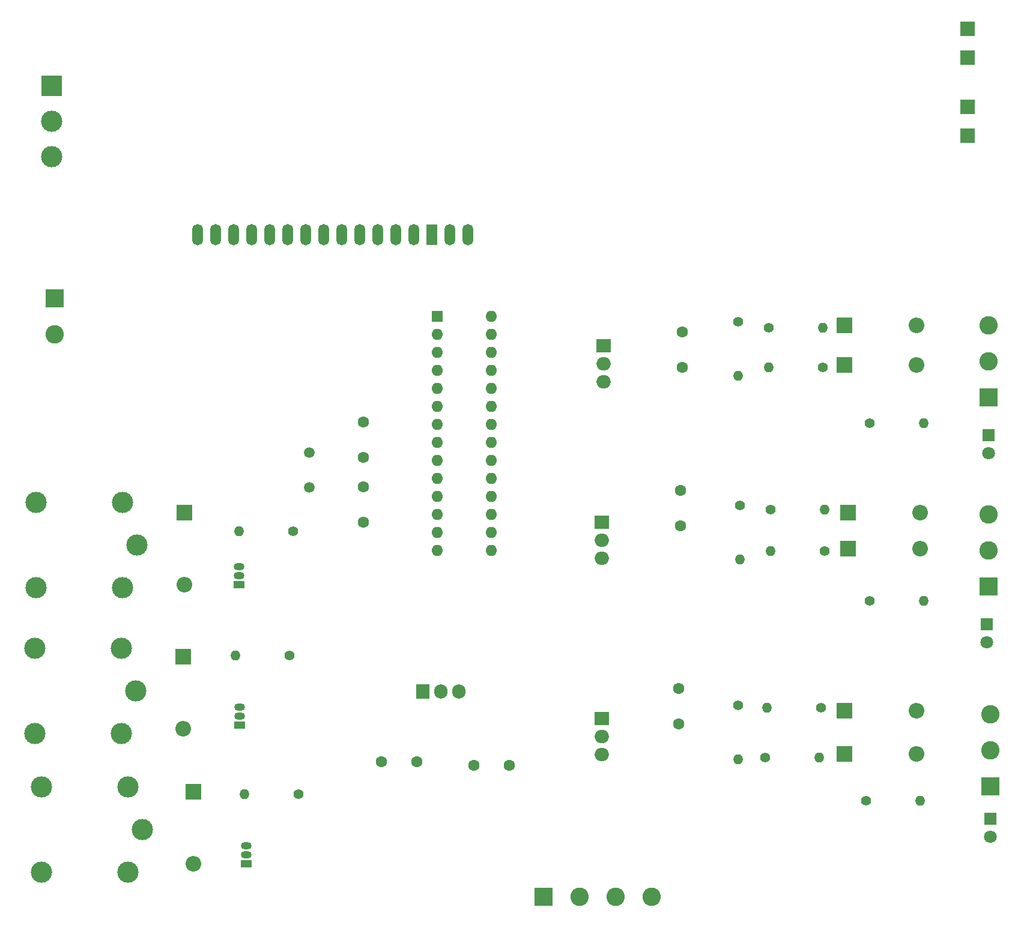
<source format=gbr>
%TF.GenerationSoftware,KiCad,Pcbnew,6.0.6-3a73a75311~116~ubuntu22.04.1*%
%TF.CreationDate,2022-09-10T11:22:29+05:30*%
%TF.ProjectId,ats,6174732e-6b69-4636-9164-5f7063625858,rev?*%
%TF.SameCoordinates,Original*%
%TF.FileFunction,Soldermask,Bot*%
%TF.FilePolarity,Negative*%
%FSLAX46Y46*%
G04 Gerber Fmt 4.6, Leading zero omitted, Abs format (unit mm)*
G04 Created by KiCad (PCBNEW 6.0.6-3a73a75311~116~ubuntu22.04.1) date 2022-09-10 11:22:29*
%MOMM*%
%LPD*%
G01*
G04 APERTURE LIST*
%ADD10R,3.000000X3.000000*%
%ADD11C,3.000000*%
%ADD12R,1.500000X1.050000*%
%ADD13O,1.500000X1.050000*%
%ADD14C,1.500000*%
%ADD15R,2.000000X1.905000*%
%ADD16O,2.000000X1.905000*%
%ADD17R,1.600000X1.600000*%
%ADD18O,1.600000X1.600000*%
%ADD19R,2.200000X2.200000*%
%ADD20O,2.200000X2.200000*%
%ADD21C,1.400000*%
%ADD22O,1.400000X1.400000*%
%ADD23C,1.600000*%
%ADD24C,2.600000*%
%ADD25R,2.600000X2.600000*%
%ADD26R,1.500000X3.000000*%
%ADD27O,1.500000X3.000000*%
%ADD28R,2.000000X2.000000*%
%ADD29R,1.800000X1.800000*%
%ADD30C,1.800000*%
%ADD31R,1.905000X2.000000*%
%ADD32O,1.905000X2.000000*%
G04 APERTURE END LIST*
D10*
%TO.C,RV1*%
X33782000Y-46900000D03*
D11*
X33782000Y-51900000D03*
X33782000Y-56900000D03*
%TD*%
D12*
%TO.C,Q3*%
X61214000Y-156628000D03*
D13*
X61214000Y-155358000D03*
X61214000Y-154088000D03*
%TD*%
D14*
%TO.C,Y1*%
X70104000Y-98642000D03*
X70104000Y-103542000D03*
%TD*%
D11*
%TO.C,K3*%
X46552000Y-151802000D03*
X32352000Y-157802000D03*
X32352000Y-145802000D03*
X44552000Y-145802000D03*
X44552000Y-157802000D03*
%TD*%
D15*
%TO.C,U3*%
X111323000Y-136144000D03*
D16*
X111323000Y-138684000D03*
X111323000Y-141224000D03*
%TD*%
D12*
%TO.C,Q1*%
X60198000Y-117258000D03*
D13*
X60198000Y-115988000D03*
X60198000Y-114718000D03*
%TD*%
D17*
%TO.C,U5*%
X88148000Y-79422000D03*
D18*
X88148000Y-81962000D03*
X88148000Y-84502000D03*
X88148000Y-87042000D03*
X88148000Y-89582000D03*
X88148000Y-92122000D03*
X88148000Y-94662000D03*
X88148000Y-97202000D03*
X88148000Y-99742000D03*
X88148000Y-102282000D03*
X88148000Y-104822000D03*
X88148000Y-107362000D03*
X88148000Y-109902000D03*
X88148000Y-112442000D03*
X95768000Y-112442000D03*
X95768000Y-109902000D03*
X95768000Y-107362000D03*
X95768000Y-104822000D03*
X95768000Y-102282000D03*
X95768000Y-99742000D03*
X95768000Y-97202000D03*
X95768000Y-94662000D03*
X95768000Y-92122000D03*
X95768000Y-89582000D03*
X95768000Y-87042000D03*
X95768000Y-84502000D03*
X95768000Y-81962000D03*
X95768000Y-79422000D03*
%TD*%
D19*
%TO.C,D10*%
X52472000Y-107098000D03*
D20*
X52472000Y-117258000D03*
%TD*%
D21*
%TO.C,R7*%
X130556000Y-80174000D03*
D22*
X130556000Y-87794000D03*
%TD*%
D23*
%TO.C,C2*%
X122682000Y-81574000D03*
X122682000Y-86574000D03*
%TD*%
D21*
%TO.C,R1*%
X142494000Y-86614000D03*
D22*
X134874000Y-86614000D03*
%TD*%
D21*
%TO.C,R10*%
X149098000Y-94488000D03*
D22*
X156718000Y-94488000D03*
%TD*%
D19*
%TO.C,D11*%
X52324000Y-127418000D03*
D20*
X52324000Y-137578000D03*
%TD*%
D23*
%TO.C,C6*%
X77724000Y-103418000D03*
X77724000Y-108418000D03*
%TD*%
D21*
%TO.C,R4*%
X134366000Y-141642000D03*
D22*
X141986000Y-141642000D03*
%TD*%
D23*
%TO.C,C3*%
X122174000Y-131866000D03*
X122174000Y-136866000D03*
%TD*%
D21*
%TO.C,R8*%
X130556000Y-134276000D03*
D22*
X130556000Y-141896000D03*
%TD*%
D24*
%TO.C,J5*%
X118364000Y-161246000D03*
X113284000Y-161246000D03*
X108204000Y-161246000D03*
D25*
X103124000Y-161246000D03*
%TD*%
D21*
%TO.C,R3*%
X142240000Y-134620000D03*
D22*
X134620000Y-134620000D03*
%TD*%
D21*
%TO.C,R12*%
X149098000Y-119544000D03*
D22*
X156718000Y-119544000D03*
%TD*%
D19*
%TO.C,D6*%
X146050000Y-107098000D03*
D20*
X156210000Y-107098000D03*
%TD*%
D12*
%TO.C,Q2*%
X60304000Y-137070000D03*
D13*
X60304000Y-135800000D03*
X60304000Y-134530000D03*
%TD*%
D26*
%TO.C,U6*%
X87394000Y-67871500D03*
D27*
X84854000Y-67871500D03*
X82314000Y-67871500D03*
X79774000Y-67871500D03*
X77234000Y-67871500D03*
X74694000Y-67871500D03*
X72154000Y-67871500D03*
X69614000Y-67871500D03*
X67074000Y-67871500D03*
X64534000Y-67871500D03*
X61994000Y-67871500D03*
X59454000Y-67871500D03*
X56914000Y-67871500D03*
X54374000Y-67871500D03*
X89934000Y-67871500D03*
X92474000Y-67871500D03*
D28*
X162894000Y-53871500D03*
X162894000Y-42871500D03*
X162894000Y-49871500D03*
X162894000Y-38871500D03*
%TD*%
D21*
%TO.C,R13*%
X67818000Y-109728000D03*
D22*
X60198000Y-109728000D03*
%TD*%
D29*
%TO.C,D7*%
X165862000Y-96171000D03*
D30*
X165862000Y-98711000D03*
%TD*%
D11*
%TO.C,K1*%
X45790000Y-111670000D03*
X31590000Y-117670000D03*
X31590000Y-105670000D03*
X43790000Y-105670000D03*
X43790000Y-117670000D03*
%TD*%
D23*
%TO.C,C4*%
X122428000Y-103926000D03*
X122428000Y-108926000D03*
%TD*%
D19*
%TO.C,D5*%
X145542000Y-135038000D03*
D20*
X155702000Y-135038000D03*
%TD*%
D23*
%TO.C,C1*%
X80304000Y-142240000D03*
X85304000Y-142240000D03*
%TD*%
D21*
%TO.C,R6*%
X135128000Y-106680000D03*
D22*
X142748000Y-106680000D03*
%TD*%
D31*
%TO.C,U1*%
X86106000Y-132334000D03*
D32*
X88646000Y-132334000D03*
X91186000Y-132334000D03*
%TD*%
D15*
%TO.C,U4*%
X111323000Y-108458000D03*
D16*
X111323000Y-110998000D03*
X111323000Y-113538000D03*
%TD*%
D19*
%TO.C,D3*%
X145542000Y-141134000D03*
D20*
X155702000Y-141134000D03*
%TD*%
D25*
%TO.C,J3*%
X165862000Y-117512000D03*
D24*
X165862000Y-112432000D03*
X165862000Y-107352000D03*
%TD*%
D25*
%TO.C,J1*%
X165862000Y-90842000D03*
D24*
X165862000Y-85762000D03*
X165862000Y-80682000D03*
%TD*%
D21*
%TO.C,R2*%
X134874000Y-81026000D03*
D22*
X142494000Y-81026000D03*
%TD*%
D21*
%TO.C,R9*%
X130810000Y-106082000D03*
D22*
X130810000Y-113702000D03*
%TD*%
D21*
%TO.C,R5*%
X142748000Y-112522000D03*
D22*
X135128000Y-112522000D03*
%TD*%
D25*
%TO.C,J4*%
X34244000Y-76867000D03*
D24*
X34244000Y-81947000D03*
%TD*%
D25*
%TO.C,J2*%
X166116000Y-145706000D03*
D24*
X166116000Y-140626000D03*
X166116000Y-135546000D03*
%TD*%
D19*
%TO.C,D1*%
X145542000Y-86270000D03*
D20*
X155702000Y-86270000D03*
%TD*%
D29*
%TO.C,D9*%
X165608000Y-122841000D03*
D30*
X165608000Y-125381000D03*
%TD*%
D15*
%TO.C,U2*%
X111577000Y-83566000D03*
D16*
X111577000Y-86106000D03*
X111577000Y-88646000D03*
%TD*%
D29*
%TO.C,D8*%
X166116000Y-150273000D03*
D30*
X166116000Y-152813000D03*
%TD*%
D19*
%TO.C,D2*%
X145542000Y-80682000D03*
D20*
X155702000Y-80682000D03*
%TD*%
D23*
%TO.C,C5*%
X98298000Y-142748000D03*
X93298000Y-142748000D03*
%TD*%
%TO.C,C7*%
X77724000Y-99314000D03*
X77724000Y-94314000D03*
%TD*%
D19*
%TO.C,D12*%
X53742000Y-146468000D03*
D20*
X53742000Y-156628000D03*
%TD*%
D21*
%TO.C,R15*%
X68580000Y-146812000D03*
D22*
X60960000Y-146812000D03*
%TD*%
D21*
%TO.C,R11*%
X148590000Y-147738000D03*
D22*
X156210000Y-147738000D03*
%TD*%
D19*
%TO.C,D4*%
X146050000Y-112178000D03*
D20*
X156210000Y-112178000D03*
%TD*%
D11*
%TO.C,K2*%
X45642000Y-132244000D03*
X31442000Y-138244000D03*
X31442000Y-126244000D03*
X43642000Y-126244000D03*
X43642000Y-138244000D03*
%TD*%
D21*
%TO.C,R14*%
X67310000Y-127254000D03*
D22*
X59690000Y-127254000D03*
%TD*%
M02*

</source>
